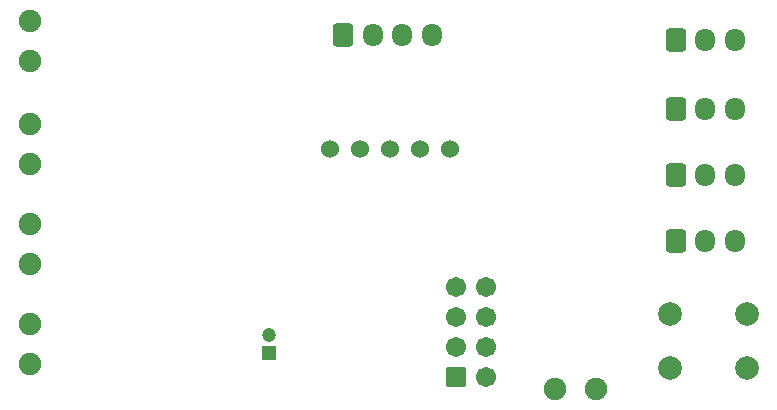
<source format=gbr>
%TF.GenerationSoftware,KiCad,Pcbnew,7.0.10*%
%TF.CreationDate,2025-04-06T19:51:51+02:00*%
%TF.ProjectId,auto_irrigator,6175746f-5f69-4727-9269-6761746f722e,rev?*%
%TF.SameCoordinates,Original*%
%TF.FileFunction,Soldermask,Bot*%
%TF.FilePolarity,Negative*%
%FSLAX46Y46*%
G04 Gerber Fmt 4.6, Leading zero omitted, Abs format (unit mm)*
G04 Created by KiCad (PCBNEW 7.0.10) date 2025-04-06 19:51:51*
%MOMM*%
%LPD*%
G01*
G04 APERTURE LIST*
G04 Aperture macros list*
%AMRoundRect*
0 Rectangle with rounded corners*
0 $1 Rounding radius*
0 $2 $3 $4 $5 $6 $7 $8 $9 X,Y pos of 4 corners*
0 Add a 4 corners polygon primitive as box body*
4,1,4,$2,$3,$4,$5,$6,$7,$8,$9,$2,$3,0*
0 Add four circle primitives for the rounded corners*
1,1,$1+$1,$2,$3*
1,1,$1+$1,$4,$5*
1,1,$1+$1,$6,$7*
1,1,$1+$1,$8,$9*
0 Add four rect primitives between the rounded corners*
20,1,$1+$1,$2,$3,$4,$5,0*
20,1,$1+$1,$4,$5,$6,$7,0*
20,1,$1+$1,$6,$7,$8,$9,0*
20,1,$1+$1,$8,$9,$2,$3,0*%
G04 Aperture macros list end*
%ADD10RoundRect,0.250000X-0.600000X-0.725000X0.600000X-0.725000X0.600000X0.725000X-0.600000X0.725000X0*%
%ADD11O,1.700000X1.950000*%
%ADD12C,1.905000*%
%ADD13C,1.524000*%
%ADD14C,2.000000*%
%ADD15RoundRect,0.102000X0.750000X-0.750000X0.750000X0.750000X-0.750000X0.750000X-0.750000X-0.750000X0*%
%ADD16C,1.704000*%
%ADD17R,1.200000X1.200000*%
%ADD18C,1.200000*%
G04 APERTURE END LIST*
D10*
%TO.C,J7*%
X193588000Y-78694000D03*
D11*
X196088000Y-78694000D03*
X198588000Y-78694000D03*
%TD*%
D12*
%TO.C,J2*%
X138880500Y-65610000D03*
X138880500Y-69010000D03*
%TD*%
D13*
%TO.C,P1*%
X164338000Y-76454000D03*
X166878000Y-76454000D03*
X169418000Y-76454000D03*
X171958000Y-76454000D03*
X174498000Y-76454000D03*
%TD*%
D10*
%TO.C,J8*%
X193588000Y-84236000D03*
D11*
X196088000Y-84236000D03*
X198588000Y-84236000D03*
%TD*%
D12*
%TO.C,J4*%
X138880500Y-82804000D03*
X138880500Y-86204000D03*
%TD*%
D10*
%TO.C,J6*%
X165434000Y-66802000D03*
D11*
X167934000Y-66802000D03*
X170434000Y-66802000D03*
X172934000Y-66802000D03*
%TD*%
D12*
%TO.C,J1*%
X183388000Y-96774000D03*
X186788000Y-96774000D03*
%TD*%
D10*
%TO.C,J9*%
X193588000Y-67264000D03*
D11*
X196088000Y-67264000D03*
X198588000Y-67264000D03*
%TD*%
D12*
%TO.C,J5*%
X138880500Y-91264000D03*
X138880500Y-94664000D03*
%TD*%
D14*
%TO.C,SW1*%
X193092000Y-90460000D03*
X199592000Y-90460000D03*
X193092000Y-94960000D03*
X199592000Y-94960000D03*
%TD*%
D12*
%TO.C,J3*%
X138880500Y-74324000D03*
X138880500Y-77724000D03*
%TD*%
D15*
%TO.C,U3*%
X175006000Y-95758000D03*
D16*
X175006000Y-93218000D03*
X175006000Y-90678000D03*
X175006000Y-88138000D03*
X177546000Y-95758000D03*
X177546000Y-93218000D03*
X177546000Y-90678000D03*
X177546000Y-88138000D03*
%TD*%
D17*
%TO.C,C3*%
X159106000Y-93686600D03*
D18*
X159106000Y-92186600D03*
%TD*%
D10*
%TO.C,J10*%
X193588000Y-73106000D03*
D11*
X196088000Y-73106000D03*
X198588000Y-73106000D03*
%TD*%
M02*

</source>
